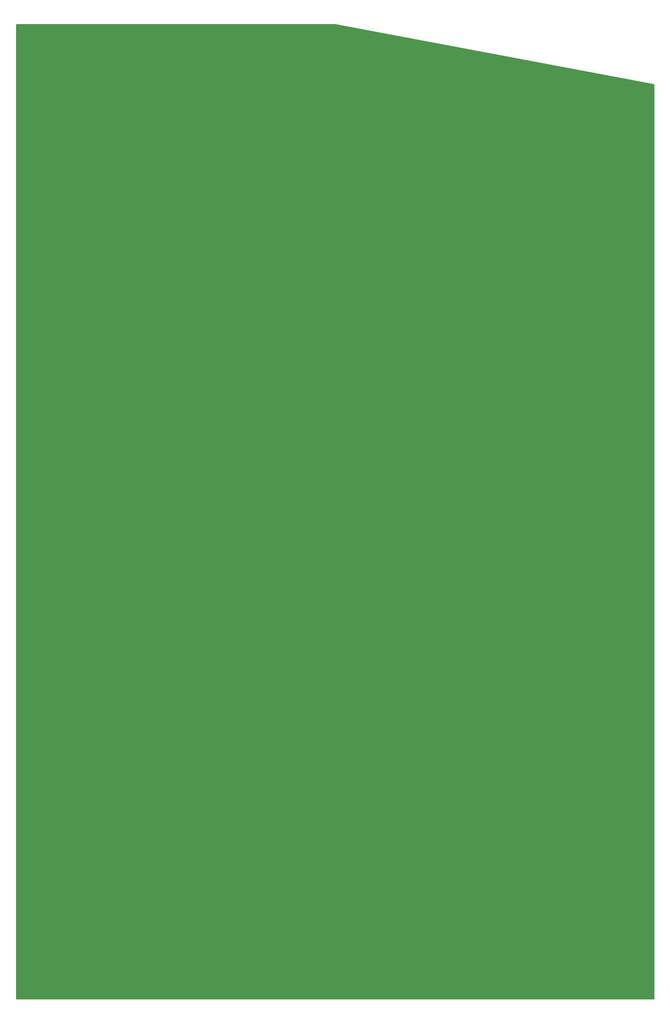
<source format=gts>
G04 #@! TF.GenerationSoftware,KiCad,Pcbnew,5.0.2-bee76a0~70~ubuntu18.04.1*
G04 #@! TF.CreationDate,2019-06-11T22:58:44+09:00*
G04 #@! TF.ProjectId,top,746f702e-6b69-4636-9164-5f7063625858,rev?*
G04 #@! TF.SameCoordinates,Original*
G04 #@! TF.FileFunction,Soldermask,Top*
G04 #@! TF.FilePolarity,Negative*
%FSLAX46Y46*%
G04 Gerber Fmt 4.6, Leading zero omitted, Abs format (unit mm)*
G04 Created by KiCad (PCBNEW 5.0.2-bee76a0~70~ubuntu18.04.1) date 2019年06月11日 22時58分44秒*
%MOMM*%
%LPD*%
G01*
G04 APERTURE LIST*
%ADD10C,0.150000*%
%ADD11C,0.100000*%
G04 APERTURE END LIST*
D10*
G36*
X97155000Y-20955000D02*
X154305000Y-20955000D01*
X211455000Y-31750000D01*
X211455000Y-195580000D01*
X97155000Y-195580000D01*
X97155000Y-20955000D01*
G37*
X97155000Y-20955000D02*
X154305000Y-20955000D01*
X211455000Y-31750000D01*
X211455000Y-195580000D01*
X97155000Y-195580000D01*
X97155000Y-20955000D01*
D11*
G36*
X107040848Y-190654279D02*
X107040850Y-190654280D01*
X107040851Y-190654280D01*
X107121588Y-190687723D01*
X107259420Y-190744814D01*
X107358108Y-190810755D01*
X107456125Y-190876248D01*
X107623410Y-191043533D01*
X107688903Y-191141550D01*
X107754844Y-191240238D01*
X107845379Y-191458810D01*
X107891532Y-191690836D01*
X107891532Y-191927416D01*
X107845379Y-192159442D01*
X107754844Y-192378014D01*
X107688903Y-192476702D01*
X107623410Y-192574719D01*
X107456125Y-192742004D01*
X107358108Y-192807497D01*
X107259420Y-192873438D01*
X107121588Y-192930529D01*
X107040851Y-192963972D01*
X107040850Y-192963972D01*
X107040848Y-192963973D01*
X106808822Y-193010126D01*
X106572242Y-193010126D01*
X106340216Y-192963973D01*
X106340214Y-192963972D01*
X106340213Y-192963972D01*
X106259476Y-192930529D01*
X106121644Y-192873438D01*
X106022956Y-192807497D01*
X105924939Y-192742004D01*
X105757654Y-192574719D01*
X105692161Y-192476702D01*
X105626220Y-192378014D01*
X105535685Y-192159442D01*
X105489532Y-191927416D01*
X105489532Y-191690836D01*
X105535685Y-191458810D01*
X105626220Y-191240238D01*
X105692161Y-191141550D01*
X105757654Y-191043533D01*
X105924939Y-190876248D01*
X106022956Y-190810755D01*
X106121644Y-190744814D01*
X106259476Y-190687723D01*
X106340213Y-190654280D01*
X106340214Y-190654280D01*
X106340216Y-190654279D01*
X106572242Y-190608126D01*
X106808822Y-190608126D01*
X107040848Y-190654279D01*
X107040848Y-190654279D01*
G37*
G36*
X202290848Y-111279279D02*
X202290850Y-111279280D01*
X202290851Y-111279280D01*
X202371588Y-111312723D01*
X202509420Y-111369814D01*
X202608108Y-111435755D01*
X202706125Y-111501248D01*
X202873410Y-111668533D01*
X202938903Y-111766550D01*
X203004844Y-111865238D01*
X203095379Y-112083810D01*
X203141532Y-112315836D01*
X203141532Y-112552416D01*
X203095379Y-112784442D01*
X203004844Y-113003014D01*
X202938903Y-113101702D01*
X202873410Y-113199719D01*
X202706125Y-113367004D01*
X202608108Y-113432497D01*
X202509420Y-113498438D01*
X202371588Y-113555529D01*
X202290851Y-113588972D01*
X202290850Y-113588972D01*
X202290848Y-113588973D01*
X202058822Y-113635126D01*
X201822242Y-113635126D01*
X201590216Y-113588973D01*
X201590214Y-113588972D01*
X201590213Y-113588972D01*
X201509476Y-113555529D01*
X201371644Y-113498438D01*
X201272956Y-113432497D01*
X201174939Y-113367004D01*
X201007654Y-113199719D01*
X200942161Y-113101702D01*
X200876220Y-113003014D01*
X200785685Y-112784442D01*
X200739532Y-112552416D01*
X200739532Y-112315836D01*
X200785685Y-112083810D01*
X200876220Y-111865238D01*
X200942161Y-111766550D01*
X201007654Y-111668533D01*
X201174939Y-111501248D01*
X201272956Y-111435755D01*
X201371644Y-111369814D01*
X201509476Y-111312723D01*
X201590213Y-111279280D01*
X201590214Y-111279280D01*
X201590216Y-111279279D01*
X201822242Y-111233126D01*
X202058822Y-111233126D01*
X202290848Y-111279279D01*
X202290848Y-111279279D01*
G37*
G36*
X202280316Y-102985153D02*
X202280318Y-102985154D01*
X202280319Y-102985154D01*
X202361056Y-103018597D01*
X202498888Y-103075688D01*
X202597576Y-103141629D01*
X202695593Y-103207122D01*
X202862878Y-103374407D01*
X202928371Y-103472424D01*
X202994312Y-103571112D01*
X203084847Y-103789684D01*
X203131000Y-104021710D01*
X203131000Y-104258290D01*
X203084847Y-104490316D01*
X202994312Y-104708888D01*
X202928371Y-104807576D01*
X202862878Y-104905593D01*
X202695593Y-105072878D01*
X202597576Y-105138371D01*
X202498888Y-105204312D01*
X202361056Y-105261403D01*
X202280319Y-105294846D01*
X202280318Y-105294846D01*
X202280316Y-105294847D01*
X202048290Y-105341000D01*
X201811710Y-105341000D01*
X201579684Y-105294847D01*
X201579682Y-105294846D01*
X201579681Y-105294846D01*
X201498944Y-105261403D01*
X201361112Y-105204312D01*
X201262424Y-105138371D01*
X201164407Y-105072878D01*
X200997122Y-104905593D01*
X200931629Y-104807576D01*
X200865688Y-104708888D01*
X200775153Y-104490316D01*
X200729000Y-104258290D01*
X200729000Y-104021710D01*
X200775153Y-103789684D01*
X200865688Y-103571112D01*
X200931629Y-103472424D01*
X200997122Y-103374407D01*
X201164407Y-103207122D01*
X201262424Y-103141629D01*
X201361112Y-103075688D01*
X201498944Y-103018597D01*
X201579681Y-102985154D01*
X201579682Y-102985154D01*
X201579684Y-102985153D01*
X201811710Y-102939000D01*
X202048290Y-102939000D01*
X202280316Y-102985153D01*
X202280316Y-102985153D01*
G37*
G36*
X107030316Y-23610153D02*
X107030318Y-23610154D01*
X107030319Y-23610154D01*
X107111056Y-23643597D01*
X107248888Y-23700688D01*
X107347576Y-23766629D01*
X107445593Y-23832122D01*
X107612878Y-23999407D01*
X107678371Y-24097424D01*
X107744312Y-24196112D01*
X107834847Y-24414684D01*
X107881000Y-24646710D01*
X107881000Y-24883290D01*
X107834847Y-25115316D01*
X107744312Y-25333888D01*
X107678371Y-25432576D01*
X107612878Y-25530593D01*
X107445593Y-25697878D01*
X107347576Y-25763371D01*
X107248888Y-25829312D01*
X107111056Y-25886403D01*
X107030319Y-25919846D01*
X107030318Y-25919846D01*
X107030316Y-25919847D01*
X106798290Y-25966000D01*
X106561710Y-25966000D01*
X106329684Y-25919847D01*
X106329682Y-25919846D01*
X106329681Y-25919846D01*
X106248944Y-25886403D01*
X106111112Y-25829312D01*
X106012424Y-25763371D01*
X105914407Y-25697878D01*
X105747122Y-25530593D01*
X105681629Y-25432576D01*
X105615688Y-25333888D01*
X105525153Y-25115316D01*
X105479000Y-24883290D01*
X105479000Y-24646710D01*
X105525153Y-24414684D01*
X105615688Y-24196112D01*
X105681629Y-24097424D01*
X105747122Y-23999407D01*
X105914407Y-23832122D01*
X106012424Y-23766629D01*
X106111112Y-23700688D01*
X106248944Y-23643597D01*
X106329681Y-23610154D01*
X106329682Y-23610154D01*
X106329684Y-23610153D01*
X106561710Y-23564000D01*
X106798290Y-23564000D01*
X107030316Y-23610153D01*
X107030316Y-23610153D01*
G37*
M02*

</source>
